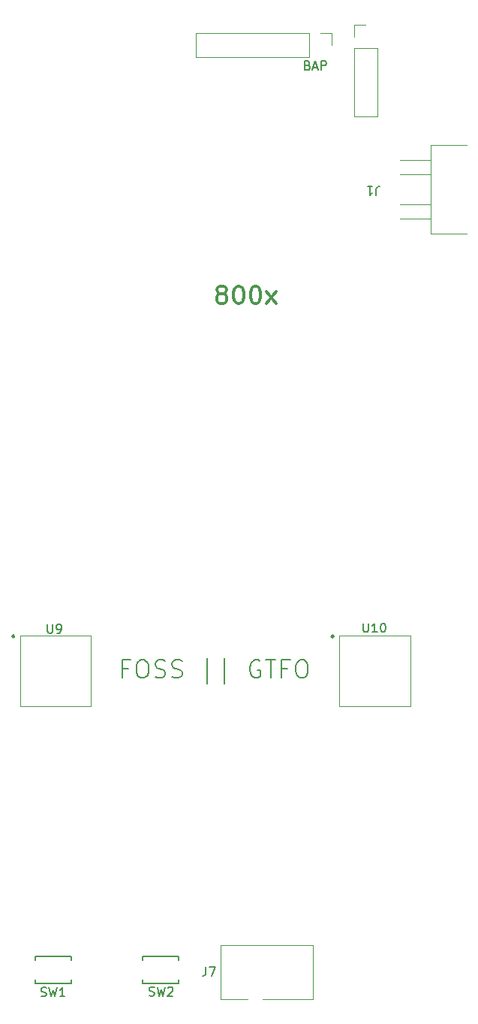
<source format=gbr>
%TF.GenerationSoftware,KiCad,Pcbnew,8.0.7*%
%TF.CreationDate,2025-02-10T22:40:20-05:00*%
%TF.ProjectId,BitaxeGT,42697461-7865-4475-942e-6b696361645f,v800*%
%TF.SameCoordinates,Original*%
%TF.FileFunction,Legend,Top*%
%TF.FilePolarity,Positive*%
%FSLAX46Y46*%
G04 Gerber Fmt 4.6, Leading zero omitted, Abs format (unit mm)*
G04 Created by KiCad (PCBNEW 8.0.7) date 2025-02-10 22:40:20*
%MOMM*%
%LPD*%
G01*
G04 APERTURE LIST*
%ADD10C,0.150000*%
%ADD11C,0.200000*%
%ADD12C,0.300000*%
%ADD13C,0.000000*%
%ADD14C,0.152400*%
%ADD15C,0.050000*%
%ADD16C,0.227485*%
%ADD17C,0.120000*%
%ADD18C,0.100000*%
G04 APERTURE END LIST*
D10*
X141445112Y-43771009D02*
X141587969Y-43818628D01*
X141587969Y-43818628D02*
X141635588Y-43866247D01*
X141635588Y-43866247D02*
X141683207Y-43961485D01*
X141683207Y-43961485D02*
X141683207Y-44104342D01*
X141683207Y-44104342D02*
X141635588Y-44199580D01*
X141635588Y-44199580D02*
X141587969Y-44247200D01*
X141587969Y-44247200D02*
X141492731Y-44294819D01*
X141492731Y-44294819D02*
X141111779Y-44294819D01*
X141111779Y-44294819D02*
X141111779Y-43294819D01*
X141111779Y-43294819D02*
X141445112Y-43294819D01*
X141445112Y-43294819D02*
X141540350Y-43342438D01*
X141540350Y-43342438D02*
X141587969Y-43390057D01*
X141587969Y-43390057D02*
X141635588Y-43485295D01*
X141635588Y-43485295D02*
X141635588Y-43580533D01*
X141635588Y-43580533D02*
X141587969Y-43675771D01*
X141587969Y-43675771D02*
X141540350Y-43723390D01*
X141540350Y-43723390D02*
X141445112Y-43771009D01*
X141445112Y-43771009D02*
X141111779Y-43771009D01*
X142064160Y-44009104D02*
X142540350Y-44009104D01*
X141968922Y-44294819D02*
X142302255Y-43294819D01*
X142302255Y-43294819D02*
X142635588Y-44294819D01*
X142968922Y-44294819D02*
X142968922Y-43294819D01*
X142968922Y-43294819D02*
X143349874Y-43294819D01*
X143349874Y-43294819D02*
X143445112Y-43342438D01*
X143445112Y-43342438D02*
X143492731Y-43390057D01*
X143492731Y-43390057D02*
X143540350Y-43485295D01*
X143540350Y-43485295D02*
X143540350Y-43628152D01*
X143540350Y-43628152D02*
X143492731Y-43723390D01*
X143492731Y-43723390D02*
X143445112Y-43771009D01*
X143445112Y-43771009D02*
X143349874Y-43818628D01*
X143349874Y-43818628D02*
X142968922Y-43818628D01*
D11*
X121174435Y-111737219D02*
X120507768Y-111737219D01*
X120507768Y-112784838D02*
X120507768Y-110784838D01*
X120507768Y-110784838D02*
X121460149Y-110784838D01*
X122603006Y-110784838D02*
X122983959Y-110784838D01*
X122983959Y-110784838D02*
X123174435Y-110880076D01*
X123174435Y-110880076D02*
X123364911Y-111070552D01*
X123364911Y-111070552D02*
X123460149Y-111451504D01*
X123460149Y-111451504D02*
X123460149Y-112118171D01*
X123460149Y-112118171D02*
X123364911Y-112499123D01*
X123364911Y-112499123D02*
X123174435Y-112689600D01*
X123174435Y-112689600D02*
X122983959Y-112784838D01*
X122983959Y-112784838D02*
X122603006Y-112784838D01*
X122603006Y-112784838D02*
X122412530Y-112689600D01*
X122412530Y-112689600D02*
X122222054Y-112499123D01*
X122222054Y-112499123D02*
X122126816Y-112118171D01*
X122126816Y-112118171D02*
X122126816Y-111451504D01*
X122126816Y-111451504D02*
X122222054Y-111070552D01*
X122222054Y-111070552D02*
X122412530Y-110880076D01*
X122412530Y-110880076D02*
X122603006Y-110784838D01*
X124222054Y-112689600D02*
X124507768Y-112784838D01*
X124507768Y-112784838D02*
X124983959Y-112784838D01*
X124983959Y-112784838D02*
X125174435Y-112689600D01*
X125174435Y-112689600D02*
X125269673Y-112594361D01*
X125269673Y-112594361D02*
X125364911Y-112403885D01*
X125364911Y-112403885D02*
X125364911Y-112213409D01*
X125364911Y-112213409D02*
X125269673Y-112022933D01*
X125269673Y-112022933D02*
X125174435Y-111927695D01*
X125174435Y-111927695D02*
X124983959Y-111832457D01*
X124983959Y-111832457D02*
X124603006Y-111737219D01*
X124603006Y-111737219D02*
X124412530Y-111641980D01*
X124412530Y-111641980D02*
X124317292Y-111546742D01*
X124317292Y-111546742D02*
X124222054Y-111356266D01*
X124222054Y-111356266D02*
X124222054Y-111165790D01*
X124222054Y-111165790D02*
X124317292Y-110975314D01*
X124317292Y-110975314D02*
X124412530Y-110880076D01*
X124412530Y-110880076D02*
X124603006Y-110784838D01*
X124603006Y-110784838D02*
X125079197Y-110784838D01*
X125079197Y-110784838D02*
X125364911Y-110880076D01*
X126126816Y-112689600D02*
X126412530Y-112784838D01*
X126412530Y-112784838D02*
X126888721Y-112784838D01*
X126888721Y-112784838D02*
X127079197Y-112689600D01*
X127079197Y-112689600D02*
X127174435Y-112594361D01*
X127174435Y-112594361D02*
X127269673Y-112403885D01*
X127269673Y-112403885D02*
X127269673Y-112213409D01*
X127269673Y-112213409D02*
X127174435Y-112022933D01*
X127174435Y-112022933D02*
X127079197Y-111927695D01*
X127079197Y-111927695D02*
X126888721Y-111832457D01*
X126888721Y-111832457D02*
X126507768Y-111737219D01*
X126507768Y-111737219D02*
X126317292Y-111641980D01*
X126317292Y-111641980D02*
X126222054Y-111546742D01*
X126222054Y-111546742D02*
X126126816Y-111356266D01*
X126126816Y-111356266D02*
X126126816Y-111165790D01*
X126126816Y-111165790D02*
X126222054Y-110975314D01*
X126222054Y-110975314D02*
X126317292Y-110880076D01*
X126317292Y-110880076D02*
X126507768Y-110784838D01*
X126507768Y-110784838D02*
X126983959Y-110784838D01*
X126983959Y-110784838D02*
X127269673Y-110880076D01*
X130126816Y-113451504D02*
X130126816Y-110594361D01*
X132031578Y-113451504D02*
X132031578Y-110594361D01*
X136031579Y-110880076D02*
X135841103Y-110784838D01*
X135841103Y-110784838D02*
X135555389Y-110784838D01*
X135555389Y-110784838D02*
X135269674Y-110880076D01*
X135269674Y-110880076D02*
X135079198Y-111070552D01*
X135079198Y-111070552D02*
X134983960Y-111261028D01*
X134983960Y-111261028D02*
X134888722Y-111641980D01*
X134888722Y-111641980D02*
X134888722Y-111927695D01*
X134888722Y-111927695D02*
X134983960Y-112308647D01*
X134983960Y-112308647D02*
X135079198Y-112499123D01*
X135079198Y-112499123D02*
X135269674Y-112689600D01*
X135269674Y-112689600D02*
X135555389Y-112784838D01*
X135555389Y-112784838D02*
X135745865Y-112784838D01*
X135745865Y-112784838D02*
X136031579Y-112689600D01*
X136031579Y-112689600D02*
X136126817Y-112594361D01*
X136126817Y-112594361D02*
X136126817Y-111927695D01*
X136126817Y-111927695D02*
X135745865Y-111927695D01*
X136698246Y-110784838D02*
X137841103Y-110784838D01*
X137269674Y-112784838D02*
X137269674Y-110784838D01*
X139174437Y-111737219D02*
X138507770Y-111737219D01*
X138507770Y-112784838D02*
X138507770Y-110784838D01*
X138507770Y-110784838D02*
X139460151Y-110784838D01*
X140603008Y-110784838D02*
X140983961Y-110784838D01*
X140983961Y-110784838D02*
X141174437Y-110880076D01*
X141174437Y-110880076D02*
X141364913Y-111070552D01*
X141364913Y-111070552D02*
X141460151Y-111451504D01*
X141460151Y-111451504D02*
X141460151Y-112118171D01*
X141460151Y-112118171D02*
X141364913Y-112499123D01*
X141364913Y-112499123D02*
X141174437Y-112689600D01*
X141174437Y-112689600D02*
X140983961Y-112784838D01*
X140983961Y-112784838D02*
X140603008Y-112784838D01*
X140603008Y-112784838D02*
X140412532Y-112689600D01*
X140412532Y-112689600D02*
X140222056Y-112499123D01*
X140222056Y-112499123D02*
X140126818Y-112118171D01*
X140126818Y-112118171D02*
X140126818Y-111451504D01*
X140126818Y-111451504D02*
X140222056Y-111070552D01*
X140222056Y-111070552D02*
X140412532Y-110880076D01*
X140412532Y-110880076D02*
X140603008Y-110784838D01*
D12*
X131559272Y-69496780D02*
X131368796Y-69401542D01*
X131368796Y-69401542D02*
X131273558Y-69306304D01*
X131273558Y-69306304D02*
X131178320Y-69115828D01*
X131178320Y-69115828D02*
X131178320Y-69020590D01*
X131178320Y-69020590D02*
X131273558Y-68830114D01*
X131273558Y-68830114D02*
X131368796Y-68734876D01*
X131368796Y-68734876D02*
X131559272Y-68639638D01*
X131559272Y-68639638D02*
X131940225Y-68639638D01*
X131940225Y-68639638D02*
X132130701Y-68734876D01*
X132130701Y-68734876D02*
X132225939Y-68830114D01*
X132225939Y-68830114D02*
X132321177Y-69020590D01*
X132321177Y-69020590D02*
X132321177Y-69115828D01*
X132321177Y-69115828D02*
X132225939Y-69306304D01*
X132225939Y-69306304D02*
X132130701Y-69401542D01*
X132130701Y-69401542D02*
X131940225Y-69496780D01*
X131940225Y-69496780D02*
X131559272Y-69496780D01*
X131559272Y-69496780D02*
X131368796Y-69592019D01*
X131368796Y-69592019D02*
X131273558Y-69687257D01*
X131273558Y-69687257D02*
X131178320Y-69877733D01*
X131178320Y-69877733D02*
X131178320Y-70258685D01*
X131178320Y-70258685D02*
X131273558Y-70449161D01*
X131273558Y-70449161D02*
X131368796Y-70544400D01*
X131368796Y-70544400D02*
X131559272Y-70639638D01*
X131559272Y-70639638D02*
X131940225Y-70639638D01*
X131940225Y-70639638D02*
X132130701Y-70544400D01*
X132130701Y-70544400D02*
X132225939Y-70449161D01*
X132225939Y-70449161D02*
X132321177Y-70258685D01*
X132321177Y-70258685D02*
X132321177Y-69877733D01*
X132321177Y-69877733D02*
X132225939Y-69687257D01*
X132225939Y-69687257D02*
X132130701Y-69592019D01*
X132130701Y-69592019D02*
X131940225Y-69496780D01*
X133559272Y-68639638D02*
X133749749Y-68639638D01*
X133749749Y-68639638D02*
X133940225Y-68734876D01*
X133940225Y-68734876D02*
X134035463Y-68830114D01*
X134035463Y-68830114D02*
X134130701Y-69020590D01*
X134130701Y-69020590D02*
X134225939Y-69401542D01*
X134225939Y-69401542D02*
X134225939Y-69877733D01*
X134225939Y-69877733D02*
X134130701Y-70258685D01*
X134130701Y-70258685D02*
X134035463Y-70449161D01*
X134035463Y-70449161D02*
X133940225Y-70544400D01*
X133940225Y-70544400D02*
X133749749Y-70639638D01*
X133749749Y-70639638D02*
X133559272Y-70639638D01*
X133559272Y-70639638D02*
X133368796Y-70544400D01*
X133368796Y-70544400D02*
X133273558Y-70449161D01*
X133273558Y-70449161D02*
X133178320Y-70258685D01*
X133178320Y-70258685D02*
X133083082Y-69877733D01*
X133083082Y-69877733D02*
X133083082Y-69401542D01*
X133083082Y-69401542D02*
X133178320Y-69020590D01*
X133178320Y-69020590D02*
X133273558Y-68830114D01*
X133273558Y-68830114D02*
X133368796Y-68734876D01*
X133368796Y-68734876D02*
X133559272Y-68639638D01*
X135464034Y-68639638D02*
X135654511Y-68639638D01*
X135654511Y-68639638D02*
X135844987Y-68734876D01*
X135844987Y-68734876D02*
X135940225Y-68830114D01*
X135940225Y-68830114D02*
X136035463Y-69020590D01*
X136035463Y-69020590D02*
X136130701Y-69401542D01*
X136130701Y-69401542D02*
X136130701Y-69877733D01*
X136130701Y-69877733D02*
X136035463Y-70258685D01*
X136035463Y-70258685D02*
X135940225Y-70449161D01*
X135940225Y-70449161D02*
X135844987Y-70544400D01*
X135844987Y-70544400D02*
X135654511Y-70639638D01*
X135654511Y-70639638D02*
X135464034Y-70639638D01*
X135464034Y-70639638D02*
X135273558Y-70544400D01*
X135273558Y-70544400D02*
X135178320Y-70449161D01*
X135178320Y-70449161D02*
X135083082Y-70258685D01*
X135083082Y-70258685D02*
X134987844Y-69877733D01*
X134987844Y-69877733D02*
X134987844Y-69401542D01*
X134987844Y-69401542D02*
X135083082Y-69020590D01*
X135083082Y-69020590D02*
X135178320Y-68830114D01*
X135178320Y-68830114D02*
X135273558Y-68734876D01*
X135273558Y-68734876D02*
X135464034Y-68639638D01*
X136797368Y-70639638D02*
X137844987Y-69306304D01*
X136797368Y-69306304D02*
X137844987Y-70639638D01*
D10*
X123566667Y-148597200D02*
X123709524Y-148644819D01*
X123709524Y-148644819D02*
X123947619Y-148644819D01*
X123947619Y-148644819D02*
X124042857Y-148597200D01*
X124042857Y-148597200D02*
X124090476Y-148549580D01*
X124090476Y-148549580D02*
X124138095Y-148454342D01*
X124138095Y-148454342D02*
X124138095Y-148359104D01*
X124138095Y-148359104D02*
X124090476Y-148263866D01*
X124090476Y-148263866D02*
X124042857Y-148216247D01*
X124042857Y-148216247D02*
X123947619Y-148168628D01*
X123947619Y-148168628D02*
X123757143Y-148121009D01*
X123757143Y-148121009D02*
X123661905Y-148073390D01*
X123661905Y-148073390D02*
X123614286Y-148025771D01*
X123614286Y-148025771D02*
X123566667Y-147930533D01*
X123566667Y-147930533D02*
X123566667Y-147835295D01*
X123566667Y-147835295D02*
X123614286Y-147740057D01*
X123614286Y-147740057D02*
X123661905Y-147692438D01*
X123661905Y-147692438D02*
X123757143Y-147644819D01*
X123757143Y-147644819D02*
X123995238Y-147644819D01*
X123995238Y-147644819D02*
X124138095Y-147692438D01*
X124471429Y-147644819D02*
X124709524Y-148644819D01*
X124709524Y-148644819D02*
X124900000Y-147930533D01*
X124900000Y-147930533D02*
X125090476Y-148644819D01*
X125090476Y-148644819D02*
X125328572Y-147644819D01*
X125661905Y-147740057D02*
X125709524Y-147692438D01*
X125709524Y-147692438D02*
X125804762Y-147644819D01*
X125804762Y-147644819D02*
X126042857Y-147644819D01*
X126042857Y-147644819D02*
X126138095Y-147692438D01*
X126138095Y-147692438D02*
X126185714Y-147740057D01*
X126185714Y-147740057D02*
X126233333Y-147835295D01*
X126233333Y-147835295D02*
X126233333Y-147930533D01*
X126233333Y-147930533D02*
X126185714Y-148073390D01*
X126185714Y-148073390D02*
X125614286Y-148644819D01*
X125614286Y-148644819D02*
X126233333Y-148644819D01*
X112088095Y-106754819D02*
X112088095Y-107564342D01*
X112088095Y-107564342D02*
X112135714Y-107659580D01*
X112135714Y-107659580D02*
X112183333Y-107707200D01*
X112183333Y-107707200D02*
X112278571Y-107754819D01*
X112278571Y-107754819D02*
X112469047Y-107754819D01*
X112469047Y-107754819D02*
X112564285Y-107707200D01*
X112564285Y-107707200D02*
X112611904Y-107659580D01*
X112611904Y-107659580D02*
X112659523Y-107564342D01*
X112659523Y-107564342D02*
X112659523Y-106754819D01*
X113183333Y-107754819D02*
X113373809Y-107754819D01*
X113373809Y-107754819D02*
X113469047Y-107707200D01*
X113469047Y-107707200D02*
X113516666Y-107659580D01*
X113516666Y-107659580D02*
X113611904Y-107516723D01*
X113611904Y-107516723D02*
X113659523Y-107326247D01*
X113659523Y-107326247D02*
X113659523Y-106945295D01*
X113659523Y-106945295D02*
X113611904Y-106850057D01*
X113611904Y-106850057D02*
X113564285Y-106802438D01*
X113564285Y-106802438D02*
X113469047Y-106754819D01*
X113469047Y-106754819D02*
X113278571Y-106754819D01*
X113278571Y-106754819D02*
X113183333Y-106802438D01*
X113183333Y-106802438D02*
X113135714Y-106850057D01*
X113135714Y-106850057D02*
X113088095Y-106945295D01*
X113088095Y-106945295D02*
X113088095Y-107183390D01*
X113088095Y-107183390D02*
X113135714Y-107278628D01*
X113135714Y-107278628D02*
X113183333Y-107326247D01*
X113183333Y-107326247D02*
X113278571Y-107373866D01*
X113278571Y-107373866D02*
X113469047Y-107373866D01*
X113469047Y-107373866D02*
X113564285Y-107326247D01*
X113564285Y-107326247D02*
X113611904Y-107278628D01*
X113611904Y-107278628D02*
X113659523Y-107183390D01*
X111366667Y-148657200D02*
X111509524Y-148704819D01*
X111509524Y-148704819D02*
X111747619Y-148704819D01*
X111747619Y-148704819D02*
X111842857Y-148657200D01*
X111842857Y-148657200D02*
X111890476Y-148609580D01*
X111890476Y-148609580D02*
X111938095Y-148514342D01*
X111938095Y-148514342D02*
X111938095Y-148419104D01*
X111938095Y-148419104D02*
X111890476Y-148323866D01*
X111890476Y-148323866D02*
X111842857Y-148276247D01*
X111842857Y-148276247D02*
X111747619Y-148228628D01*
X111747619Y-148228628D02*
X111557143Y-148181009D01*
X111557143Y-148181009D02*
X111461905Y-148133390D01*
X111461905Y-148133390D02*
X111414286Y-148085771D01*
X111414286Y-148085771D02*
X111366667Y-147990533D01*
X111366667Y-147990533D02*
X111366667Y-147895295D01*
X111366667Y-147895295D02*
X111414286Y-147800057D01*
X111414286Y-147800057D02*
X111461905Y-147752438D01*
X111461905Y-147752438D02*
X111557143Y-147704819D01*
X111557143Y-147704819D02*
X111795238Y-147704819D01*
X111795238Y-147704819D02*
X111938095Y-147752438D01*
X112271429Y-147704819D02*
X112509524Y-148704819D01*
X112509524Y-148704819D02*
X112700000Y-147990533D01*
X112700000Y-147990533D02*
X112890476Y-148704819D01*
X112890476Y-148704819D02*
X113128572Y-147704819D01*
X114033333Y-148704819D02*
X113461905Y-148704819D01*
X113747619Y-148704819D02*
X113747619Y-147704819D01*
X113747619Y-147704819D02*
X113652381Y-147847676D01*
X113652381Y-147847676D02*
X113557143Y-147942914D01*
X113557143Y-147942914D02*
X113461905Y-147990533D01*
X149183333Y-58445180D02*
X149183333Y-57730895D01*
X149183333Y-57730895D02*
X149230952Y-57588038D01*
X149230952Y-57588038D02*
X149326190Y-57492800D01*
X149326190Y-57492800D02*
X149469047Y-57445180D01*
X149469047Y-57445180D02*
X149564285Y-57445180D01*
X148183333Y-57445180D02*
X148754761Y-57445180D01*
X148469047Y-57445180D02*
X148469047Y-58445180D01*
X148469047Y-58445180D02*
X148564285Y-58302323D01*
X148564285Y-58302323D02*
X148659523Y-58207085D01*
X148659523Y-58207085D02*
X148754761Y-58159466D01*
X129966666Y-145354819D02*
X129966666Y-146069104D01*
X129966666Y-146069104D02*
X129919047Y-146211961D01*
X129919047Y-146211961D02*
X129823809Y-146307200D01*
X129823809Y-146307200D02*
X129680952Y-146354819D01*
X129680952Y-146354819D02*
X129585714Y-146354819D01*
X130347619Y-145354819D02*
X131014285Y-145354819D01*
X131014285Y-145354819D02*
X130585714Y-146354819D01*
X147711905Y-106654819D02*
X147711905Y-107464342D01*
X147711905Y-107464342D02*
X147759524Y-107559580D01*
X147759524Y-107559580D02*
X147807143Y-107607200D01*
X147807143Y-107607200D02*
X147902381Y-107654819D01*
X147902381Y-107654819D02*
X148092857Y-107654819D01*
X148092857Y-107654819D02*
X148188095Y-107607200D01*
X148188095Y-107607200D02*
X148235714Y-107559580D01*
X148235714Y-107559580D02*
X148283333Y-107464342D01*
X148283333Y-107464342D02*
X148283333Y-106654819D01*
X149283333Y-107654819D02*
X148711905Y-107654819D01*
X148997619Y-107654819D02*
X148997619Y-106654819D01*
X148997619Y-106654819D02*
X148902381Y-106797676D01*
X148902381Y-106797676D02*
X148807143Y-106892914D01*
X148807143Y-106892914D02*
X148711905Y-106940533D01*
X149902381Y-106654819D02*
X149997619Y-106654819D01*
X149997619Y-106654819D02*
X150092857Y-106702438D01*
X150092857Y-106702438D02*
X150140476Y-106750057D01*
X150140476Y-106750057D02*
X150188095Y-106845295D01*
X150188095Y-106845295D02*
X150235714Y-107035771D01*
X150235714Y-107035771D02*
X150235714Y-107273866D01*
X150235714Y-107273866D02*
X150188095Y-107464342D01*
X150188095Y-107464342D02*
X150140476Y-107559580D01*
X150140476Y-107559580D02*
X150092857Y-107607200D01*
X150092857Y-107607200D02*
X149997619Y-107654819D01*
X149997619Y-107654819D02*
X149902381Y-107654819D01*
X149902381Y-107654819D02*
X149807143Y-107607200D01*
X149807143Y-107607200D02*
X149759524Y-107559580D01*
X149759524Y-107559580D02*
X149711905Y-107464342D01*
X149711905Y-107464342D02*
X149664286Y-107273866D01*
X149664286Y-107273866D02*
X149664286Y-107035771D01*
X149664286Y-107035771D02*
X149711905Y-106845295D01*
X149711905Y-106845295D02*
X149759524Y-106750057D01*
X149759524Y-106750057D02*
X149807143Y-106702438D01*
X149807143Y-106702438D02*
X149902381Y-106654819D01*
D13*
%TO.C,G\u002A\u002A\u002A*%
G36*
X115607533Y-81253705D02*
G01*
X115604673Y-81266093D01*
X115593642Y-81267597D01*
X115576491Y-81259973D01*
X115579751Y-81253705D01*
X115604479Y-81251212D01*
X115607533Y-81253705D01*
G37*
D14*
%TO.C,SW2*%
X122818000Y-144166000D02*
X122818000Y-144595260D01*
X122818000Y-146784740D02*
X122818000Y-147214000D01*
X122818000Y-147214000D02*
X126882000Y-147214000D01*
X126882000Y-144166000D02*
X122818000Y-144166000D01*
X126882000Y-144595260D02*
X126882000Y-144166000D01*
X126882000Y-147214000D02*
X126882000Y-146784740D01*
%TO.C,U9*%
D15*
X117000000Y-116000000D02*
X109000000Y-116000000D01*
X109000000Y-108000000D01*
X117000000Y-108000000D01*
X117000000Y-116000000D01*
D16*
X108353742Y-108130000D02*
G75*
G02*
X108126258Y-108130000I-113742J0D01*
G01*
X108126258Y-108130000D02*
G75*
G02*
X108353742Y-108130000I113742J0D01*
G01*
D14*
%TO.C,SW1*%
X110668000Y-144216000D02*
X110668000Y-144645260D01*
X110668000Y-146834740D02*
X110668000Y-147264000D01*
X110668000Y-147264000D02*
X114732000Y-147264000D01*
X114732000Y-144216000D02*
X110668000Y-144216000D01*
X114732000Y-144645260D02*
X114732000Y-144216000D01*
X114732000Y-147264000D02*
X114732000Y-146834740D01*
D17*
%TO.C,J5*%
X128820000Y-40170000D02*
X128820000Y-42830000D01*
X141580000Y-40170000D02*
X128820000Y-40170000D01*
X141580000Y-40170000D02*
X141580000Y-42830000D01*
X141580000Y-42830000D02*
X128820000Y-42830000D01*
X142850000Y-40170000D02*
X144180000Y-40170000D01*
X144180000Y-40170000D02*
X144180000Y-41500000D01*
D18*
%TO.C,J1*%
X155350000Y-52750000D02*
X155350000Y-62750000D01*
X155350000Y-52750000D02*
X159350000Y-52750000D01*
X155350000Y-54450000D02*
X151850000Y-54450000D01*
X155350000Y-56050000D02*
X151850000Y-56050000D01*
X155350000Y-59450000D02*
X151850000Y-59450000D01*
X155350000Y-61050000D02*
X151850000Y-61050000D01*
X155350000Y-62750000D02*
X159350000Y-62750000D01*
D17*
%TO.C,J7*%
X142043000Y-149005851D02*
X142043000Y-142909851D01*
X142043000Y-142909851D02*
X131578200Y-142909851D01*
X136379775Y-149005851D02*
X142043000Y-149005851D01*
X131578200Y-149005851D02*
X134701425Y-149005851D01*
X131578200Y-142909851D02*
X131578200Y-149005851D01*
%TO.C,U10*%
D15*
X153000000Y-116000000D02*
X145000000Y-116000000D01*
X145000000Y-108000000D01*
X153000000Y-108000000D01*
X153000000Y-116000000D01*
D16*
X144353742Y-108130000D02*
G75*
G02*
X144126258Y-108130000I-113742J0D01*
G01*
X144126258Y-108130000D02*
G75*
G02*
X144353742Y-108130000I113742J0D01*
G01*
D17*
%TO.C,J3*%
X146670000Y-39220000D02*
X148000000Y-39220000D01*
X146670000Y-40550000D02*
X146670000Y-39220000D01*
X146670000Y-41820000D02*
X146670000Y-49500000D01*
X146670000Y-41820000D02*
X149330000Y-41820000D01*
X146670000Y-49500000D02*
X149330000Y-49500000D01*
X149330000Y-41820000D02*
X149330000Y-49500000D01*
%TD*%
M02*

</source>
